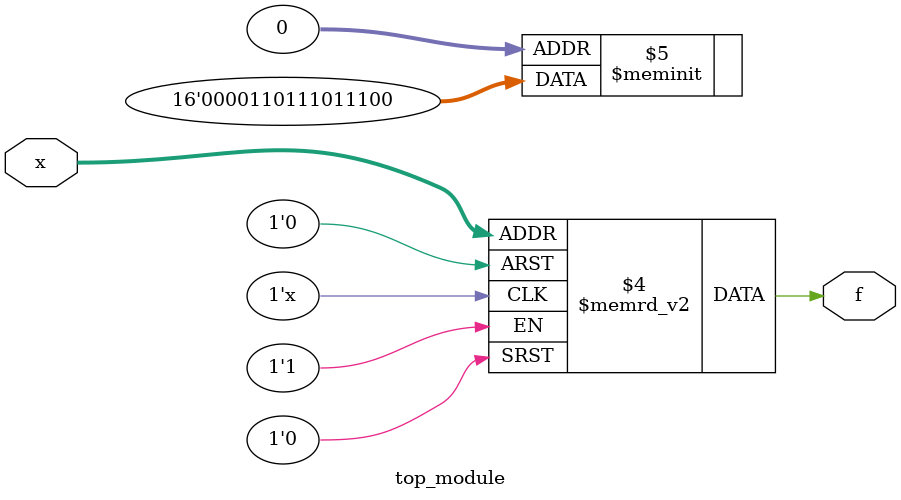
<source format=sv>
module top_module (
    input [4:1] x,
    output logic f
);

always_comb begin
    case (x)
        4'b0000: f = 1'b0; // Treat 0000 as don't-care
        4'b0001: f = 1'b0;
        4'b0010: f = 1'b1; // Treat 0010 as don't-care
        4'b0011: f = 1'b1;
        4'b0100: f = 1'b1; // Treat 0100 as don't-care
        4'b0101: f = 1'b0;
        4'b0110: f = 1'b1; // Treat 0110 as don't-care
        4'b0111: f = 1'b1;
        4'b1000: f = 1'b1; // Treat 1000 as don't-care
        4'b1001: f = 1'b0;
        4'b1010: f = 1'b1; // Treat 1010 as don't-care
        4'b1011: f = 1'b1;
        4'b1100: f = 1'b0; // Treat 1100 as don't-care
        4'b1101: f = 1'b0;
        4'b1110: f = 1'b0; // Treat 1110 as don't-care
        4'b1111: f = 1'b0;
    endcase
end

endmodule

</source>
